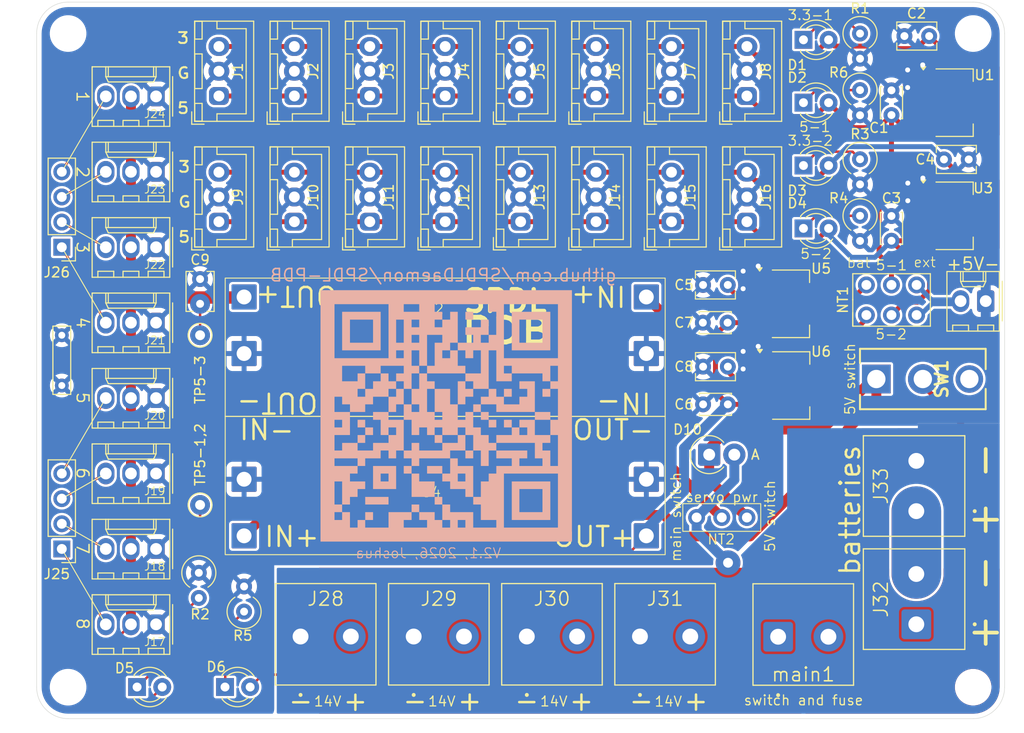
<source format=kicad_pcb>
(kicad_pcb (version 20241229) (generator "pcbnew") (generator_version "9.0")
  (title_block (title "SPDL PCB") (date "2026") (rev "2.1 E") (comment 1 "SPDL") (comment 2 "by Joshua Phelps 2026 joshua18@stanford.edu joshua262144@gmail.com") (comment 3 "Stanford ME218"))
  (layers (0 "F.Cu" signal) (2 "B.Cu" signal) (13 "F.Paste" user) (15 "B.Paste" user) (5 "F.SilkS" user "F.Silkscreen") (7 "B.SilkS" user "B.Silkscreen") (1 "F.Mask" user) (3 "B.Mask" user) (25 "Edge.Cuts" user))
  (net 0 "")
  (net 1 "GND")
  (net 2 "Net-(D1-K)")
  (net 3 "Net-(D2-K)")
  (net 4 "Net-(J27-Pin_2)")
  (net 5 "Net-(J32-Pin_2)")
  (net 6 "Net-(U4-out+)")
  (net 7 "Net-(D4-K)")
  (net 8 "5-1")
  (net 9 "+BATT")
  (net 10 "3.3-1")
  (net 11 "3.3-2")
  (net 12 "5-2")
  (net 13 "14-3")
  (net 14 "Net-(J20-Pin_3)")
  (net 15 "Net-(J21-Pin_3)")
  (net 16 "Net-(J22-Pin_3)")
  (net 17 "Net-(J23-Pin_3)")
  (net 18 "Net-(J24-Pin_3)")
  (net 19 "14-1")
  (net 20 "14-2")
  (net 21 "Net-(J19-Pin_3)")
  (net 22 "Net-(J18-Pin_3)")
  (net 23 "Net-(J17-Pin_3)")
  (net 24 "Net-(D5-K)")
  (net 25 "Net-(D3-K)")
  (net 26 "Net-(U6-VO)")
  (net 27 "5-3")
  (net 28 "Net-(U5-VO)")
  (net 29 "Net-(D6-K)")
  (footprint "218-pdb:JST_XH_B3B-XH-A_1x03_P2.50mm_Vertical" (layer "F.Cu") (at 125.095 72.985 90)
    (property "Reference" "J13")
    (property "Value" "Conn_01x03")
  )
  (footprint "218-pdb:JST_XH_B3B-XH-A_1x03_P2.50mm_Vertical" (layer "F.Cu") (at 132.715 60.285 90)
    (property "Reference" "J6")
    (property "Value" "Conn_01x03")
  )
  (footprint "218-pdb:Molex_KK-254_AE-6410-03A_1x03_P2.54mm_Vertical" (layer "F.Cu") (at 88.265 90.805 180)
    (property "Reference" "J20")
    (property "Value" "Conn_01x03")
  )
  (footprint "218-pdb:JST_XH_B3B-XH-A_1x03_P2.50mm_Vertical" (layer "F.Cu") (at 117.475 60.285 90)
    (property "Reference" "J4")
    (property "Value" "Conn_01x03")
  )
  (footprint "Resistor_THT:R_Axial_DIN0309_L9.0mm_D3.2mm_P2.54mm_Vertical" (layer "F.Cu") (at 159.385 53.975 -90)
    (property "Reference" "R1")
    (property "Value" "680")
  )
  (footprint "218-pdb:CUI_TB007-508-02BE" (layer "F.Cu") (at 102.860884 114.893846)
    (property "Reference" "J28")
    (property "Value" "14v")
  )
  (footprint "218-pdb:Molex_KK-254_AE-6410-02A_1x02_P2.54mm_Vertical" (layer "F.Cu") (at 172.084044 81.007681 180)
    (property "Reference" "J27" (hide yes))
    (property "Value" "external 5V")
  )
  (footprint "218-pdb:MountingHole_3.2mm_M3_ISO7380" (layer "F.Cu") (at 79.375 53.975)
    (property "Reference" "H2" (hide yes))
    (property "Value" "MountingHole")
  )
  (footprint "218-pdb:Molex_KK-254_AE-6410-03A_1x03_P2.54mm_Vertical" (layer "F.Cu") (at 88.265 83.185 180)
    (property "Reference" "J21")
    (property "Value" "Conn_01x03")
  )
  (footprint "218-pdb:JST_XH_B3B-XH-A_1x03_P2.50mm_Vertical" (layer "F.Cu") (at 125.095 60.285 90)
    (property "Reference" "J5")
    (property "Value" "Conn_01x03")
  )
  (footprint "Resistor_THT:R_Axial_DIN0309_L9.0mm_D3.2mm_P2.54mm_Vertical" (layer "F.Cu") (at 92.583 108.458 -90)
    (property "Reference" "R2")
    (property "Value" "1k")
  )
  (footprint "Capacitor_THT:C_Disc_D3.8mm_W2.6mm_P2.50mm" (layer "F.Cu") (at 146.03 87.63 180)
    (property "Reference" "C8")
    (property "Value" "10 uF")
  )
  (footprint "218-pdb:Molex_KK-254_AE-6410-03A_1x03_P2.54mm_Vertical" (layer "F.Cu") (at 88.265 113.665 180)
    (property "Reference" "J17")
    (property "Value" "Conn_01x03")
  )
  (footprint "Capacitor_THT:C_Disc_D3.8mm_W2.6mm_P2.50mm" (layer "F.Cu") (at 167.865424 66.694624)
    (property "Reference" "C4")
    (property "Value" "10 uF")
  )
  (footprint "Package_TO_SOT_SMD:SOT-223-3_TabPin2" (layer "F.Cu") (at 152.4 89.535)
    (property "Reference" "U6")
    (property "Value" "TLV76150DCY")
  )
  (footprint "Capacitor_THT:C_Disc_D3.0mm_W2.0mm_P2.50mm" (layer "F.Cu") (at 162.56 62.21 90)
    (property "Reference" "C1")
    (property "Value" "0.1 uF")
  )
  (footprint "Package_TO_SOT_SMD:SOT-223-3_TabPin2" (layer "F.Cu") (at 152.375 81.28)
    (property "Reference" "U5")
    (property "Value" "TLV76150DCY")
  )
  (footprint "Package_TO_SOT_SMD:SOT-223-3_TabPin2" (layer "F.Cu") (at 168.91 60.96)
    (property "Reference" "U1")
    (property "Value" "TLV76133DCY")
  )
  (footprint "TestPoint:TestPoint_THTPad_D2.0mm_Drill1.0mm" (layer "F.Cu") (at 92.71 101.6)
    (property "Reference" "TP5-1,2")
    (property "Value" "TestPoint")
  )
  (footprint "218-pdb:JST_XH_B3B-XH-A_1x03_P2.50mm_Vertical" (layer "F.Cu") (at 102.235 60.285 90)
    (property "Reference" "J2")
    (property "Value" "Conn_01x03")
  )
  (footprint "218-pdb:JST_XH_B3B-XH-A_1x03_P2.50mm_Vertical" (layer "F.Cu") (at 140.335 72.985 90)
    (property "Reference" "J15")
    (property "Value" "Conn_01x03")
  )
  (footprint "218-pdb:jumper" (layer "F.Cu") (at 145.415 102.87 90)
    (property "Reference" "FID10" (hide yes))
    (property "Value" "jumper")
  )
  (footprint "218-pdb:JST_XH_B3B-XH-A_1x03_P2.50mm_Vertical" (layer "F.Cu") (at 117.475 72.985 90)
    (property "Reference" "J12")
    (property "Value" "Conn_01x03")
  )
  (footprint "218-pdb:JST_XH_B3B-XH-A_1x03_P2.50mm_Vertical" (layer "F.Cu") (at 140.335 60.285 90)
    (property "Reference" "J7")
    (property "Value" "Conn_01x03")
  )
  (footprint "Resistor_THT:R_Axial_DIN0309_L9.0mm_D3.2mm_P2.54mm_Vertical" (layer "F.Cu") (at 97.155 112.376 90)
    (property "Reference" "R5")
    (property "Value" "3.3k")
  )
  (footprint "218-pdb:PinHeader_2x03_P2.54mm_Vertical" (layer "F.Cu") (at 160.030416 82.160212 90)
    (property "Reference" "NT1")
    (property "Value" "SW_Slide_DPDT")
  )
  (footprint "218-pdb:PinHeader_1x01_P2.54mm_H" (layer "F.Cu") (at 97.154854 86.30496 -90)
    (property "Reference" "FID1" (hide yes))
    (property "Value" "one 90 degree header pin")
  )
  (footprint "218-pdb:jumper" (layer "F.Cu") (at 162.570416 79.366212 -90)
    (property "Reference" "FID5" (hide yes))
    (property "Value" "jumper")
  )
  (footprint "Diode_THT:D_DO-15_P2.54mm_Vertical_AnodeUp" (layer "F.Cu") (at 144.145 96.52)
    (property "Reference" "D10")
    (property "Value" "diode, >=2 Amp")
  )
  (footprint "218-pdb:Molex_KK-254_AE-6410-03A_1x03_P2.54mm_Vertical" (layer "F.Cu") (at 88.265 60.325 180)
    (property "Reference" "J24")
    (property "Value" "Conn_01x03")
  )
  (footprint "218-pdb:JST_XH_B3B-XH-A_1x03_P2.50mm_Vertical" (layer "F.Cu") (at 102.235 72.985 90)
    (property "Reference" "J10")
    (property "Value" "Conn_01x03")
  )
  (footprint "218-pdb:MountingHole_3.2mm_M3_ISO7380" (layer "F.Cu") (at 79.375 120.015)
    (property "Reference" "H3" (hide yes))
    (property "Value" "MountingHole")
  )
  (footprint "Resistor_THT:R_Axial_DIN0309_L9.0mm_D3.2mm_P2.54mm_Vertical" (layer "F.Cu") (at 159.385 59.69 -90)
    (property "Reference" "R6")
    (property "Value" "1k")
  )
  (footprint "218-pdb:CUI_TB007-508-02BE" (layer "F.Cu") (at 125.720884 114.893846)
    (property "Reference" "J30")
    (property "Value" "14v")
  )
  (footprint "218-pdb:Molex_KK-254_AE-6410-03A_1x03_P2.54mm_Vertical" (layer "F.Cu") (at 88.265 98.425 180)
    (property "Reference" "J19")
    (property "Value" "Conn_01x03")
  )
  (footprint "Capacitor_THT:C_Disc_D3.0mm_W2.0mm_P2.50mm" (layer "F.Cu") (at 162.56 74.91 90)
    (property "Reference" "C3")
    (property "Value" "0.1 uF")
  )
  (footprint "Resistor_THT:R_Axial_DIN0309_L9.0mm_D3.2mm_P2.54mm_Vertical" (layer "F.Cu") (at 159.385 72.39 -90)
    (property "Reference" "R4")
    (property "Value" "1k")
  )
  (footprint "218-pdb:JST_XH_B3B-XH-A_1x03_P2.50mm_Vertical" (layer "F.Cu") (at 147.955 72.985 90)
    (property "Reference" "J16")
    (property "Value" "Conn_01x03")
  )
  (footprint "218-pdb:LED_D3.0mm" (layer "F.Cu") (at 153.67 60.96)
    (property "Reference" "D2")
    (property "Value" "LED")
  )
  (footprint "218-pdb:MountingHole_3.2mm_M3_ISO7380" (layer "F.Cu") (at 170.815 120.015)
    (property "Reference" "H4" (hide yes))
    (property "Value" "MountingHole")
  )
  (footprint "218-pdb:JST_XH_B3B-XH-A_1x03_P2.50mm_Vertical" (layer "F.Cu") (at 109.855 60.285 90)
    (property "Reference" "J3")
    (property "Value" "Conn_01x03")
  )
  (footprint "Capacitor_THT:C_Disc_D3.0mm_W2.0mm_P2.50mm" (layer "F.Cu") (at 146.03 91.44 180)
    (property "Reference" "C6")
    (property "Value" "0.1 uF")
  )
  (footprint "218-pdb:LED_D3.0mm" (layer "F.Cu") (at 95.229223 119.997066)
    (property "Reference" "D6")
    (property "Value" "LED")
  )
  (footprint "Capacitor_THT:C_Disc_D3.8mm_W2.6mm_P2.50mm" (layer "F.Cu") (at 146.025 79.375 180)
    (property "Reference" "C5")
    (property "Value" "10 uF")
  )
  (footprint "218-pdb:PinHeader_1x03_P2.54mm_Vertical" (layer "F.Cu") (at 142.875 102.87 90)
    (property "Reference" "NT2" (hide yes))
    (property "Value" "~")
  )
  (footprint "218-pdb:Molex_KK-254_AE-6410-03A_1x03_P2.54mm_Vertical" (layer "F.Cu") (at 88.265 75.565 180)
    (property "Reference" "J22")
    (property "Value" "Conn_01x03")
  )
  (footprint "218-pdb:LED_D3.0mm" (layer "F.Cu") (at 153.67 54.61)
    (property "Reference" "D1")
    (property "Value" "LED")
  )
  (footprint "Capacitor_THT:C_Disc_D3.8mm_W2.6mm_P2.50mm" (layer "F.Cu") (at 92.71 81.28 90)
    (property "Reference" "C9")
    (property "Value" "10 uF")
  )
  (footprint "218-pdb:1101A4CQEA" (layer "F.Cu") (at 161.029791 88.879165 -90)
    (property "Reference" "SW1")
    (property "Value" "5V switch" (hide yes))
  )
  (footprint "218-pdb:JST_XH_B3B-XH-A_1x03_P2.50mm_Vertical" (layer "F.Cu") (at 94.615 72.985 90)
    (property "Reference" "J9")
    (property "Value" "Conn_01x03")
  )
  (footprint "218-pdb:CUI_TB007-508-02BE" (layer "F.Cu") (at 114.290884 114.893846)
    (property "Reference" "J29")
    (property "Value" "14v")
  )
  (footprint "218-pdb:HW-411" (layer "F.Cu") (at 117.474854 100.27496)
    (property "Reference" "U4")
    (property "Value" "DC-DC buck" (hide yes))
  )
  (footprint "218-pdb:LED_D3.0mm" (layer "F.Cu") (at 153.67 73.66)
    (property "Reference" "D4")
    (property "Value" "LED")
  )
  (footprint "218-pdb:JST_XH_B3B-XH-A_1x03_P2.50mm_Vertical" (layer "F.Cu") (at 132.715 72.985 90)
    (property "Reference" "J14")
    (property "Value" "Conn_01x03")
  )
  (footprint "218-pdb:PinHeader_1x01_P2.54mm_H" (layer "F.Cu") (at 137.794854 99.00496 90)
    (property "Reference" "FID3" (hide yes))
    (property "Value" "one 90 degree header pin")
  )
  (footprint "218-pdb:Molex_KK-254_AE-6410-03A_1x03_P2.54mm_Vertical" (layer "F.Cu") (at 88.265 106.045 180)
    (property "Reference" "J18")
    (property "Value" "Conn_01x03")
  )
  (footprint "218-pdb:LED_D3.0mm" (layer "F.Cu") (at 86.346373 119.997066)
    (property "Reference" "D5")
    (property "Value" "LED")
  )
  (footprint "218-pdb:PinHeader_1x01_P2.54mm_H" (layer "F.Cu") (at 97.154854 99.00496 90)
    (property "Reference" "FID4" (hide yes))
    (property "Value" "one 90 degree header pin")
  )
  (footprint "218-pdb:CUI_TB007-508-02BE" (layer "F.Cu") (at 137.150884 114.893846)
    (property "Reference" "J31")
    (property "Value" "14v")
  )
  (footprint "218-pdb:JST_XH_B3B-XH-A_1x03_P2.50mm_Vertical" (layer "F.Cu") (at 147.955 60.285 90)
    (property "Reference" "J8")
    (property "Value" "Conn_01x03")
  )
  (footprint "218-pdb:PinHeader_1x01_P2.54mm_H" (layer "F.Cu") (at 137.794854 86.30496 -90)
    (property "Reference" "FID2" (hide yes))
    (property "Value" "one 90 degree header pin")
  )
  (footprint "Capacitor_THT:C_Disc_D3.8mm_W2.6mm_P2.50mm" (layer "F.Cu") (at 166.37 54.229 180)
    (property "Reference" "C2")
    (property "Value" "10 uF")
  )
  (footprint "218-pdb:Molex_KK-254_AE-6410-03A_1x03_P2.54mm_Vertical" (layer "F.Cu") (at 88.265 67.945 180)
    (property "Reference" "J23")
    (property "Value" "Conn_01x03")
  )
  (footprint "218-pdb:JST_XH_B3B-XH-A_1x03_P2.50mm_Vertical" (layer "F.Cu") (at 94.615 60.285 90)
    (property "Reference" "J1")
    (property "Value" "Conn_01x03")
  )
  (footprint "Resistor_THT:R_Axial_DIN0309_L9.0mm_D3.2mm_P2.54mm_Vertical" (layer "F.Cu") (at 159.385 66.675 -90)
    (property "Reference" "R3")
    (property "Value" "680")
  )
  (footprint "218-pdb:CUI_TB007-508-02BE" (layer "F.Cu") (at 165.070262 102.228275 90)
    (property "Reference" "J33")
    (property "Value" "battery")
  )
  (footprint "Connector_PinHeader_2.54mm:PinHeader_1x04_P2.54mm_Vertical" (layer "F.Cu") (at 78.74 75.565 180)
    (property "Reference" "J26")
    (property "Value" "Conn_01x04_Pin")
  )
  (footprint "TestPoint:TestPoint_THTPad_D2.0mm_Drill1.0mm" (layer "F.Cu") (at 92.71 84.455)
    (property "Reference" "TP5-3")
    (property "Value" "TestPoint")
  )
  (footprint "218-pdb:CUI_TB007-508-02BE" (layer "F.Cu") (at 151.109137 114.916521)
    (property "Reference" "main1")
    (property "Value" "MainSW")
  )
  (footprint "218-pdb:JST_XH_B3B-XH-A_1x03_P2.50mm_Vertical" (layer "F.Cu") (at 109.855 72.985 90)
    (property "Reference" "J11")
    (property "Value" "Conn_01x03")
  )
  (footprint "Connector_PinHeader_2.54mm:PinHeader_1x04_P2.54mm_Vertical" (layer "F.Cu") (at 78.74 106.045 180)
    (property "Reference" "J25")
    (property "Value" "Conn_01x04_Pin")
  )
  (footprint "Package_TO_SOT_SMD:SOT-223-3_TabPin2" (layer "F.Cu") (at 168.91 72.39)
    (property "Reference" "U3")
    (property "Value" "TLV76133DCY")
  )
  (footprint "218-pdb:LED_D3.0mm" (layer "F.Cu") (at 153.67 67.31)
    (property "Reference" "D3")
    (property "Value" "LED")
  )
  (footprint "218-pdb:HW-411" (layer "F.Cu") (at 117.474854 85.03496 180)
    (property "Reference" "U2")
    (property "Value" "DC-DC buck" (hide yes))
  )
  (footprint "218-pdb:MountingHole_3.2mm_M3_ISO7380" (layer "F.Cu") (at 170.815 53.975)
    (property "Reference" "H1" (hide yes))
    (property "Value" "MountingHole")
  )
  (footprint "218-pdb:CUI_TB007-508-02BE" (layer "F.Cu") (at 165.070262 113.658275 90)
    (property "Reference" "J32")
    (property "Value" "battery")
  )
  (footprint "Capacitor_THT:C_Disc_D3.0mm_W2.0mm_P2.50mm" (layer "F.Cu") (at 146.005 83.185 180)
    (property "Reference" "C7")
    (property "Value" "0.1 uF")
  )
  (footprint "218-pdb:jumper" (layer "F.Cu") (at 162.570416 82.414212 -90)
    (property "Reference" "FID6" (hide yes))
    (property "Value" "jumper")
  )
  (footprint "TestPoint:TestPoint_Bridge_Pitch5.08mm_Drill0.7mm" (layer "F.Cu") (at 78.74 89.535 90)
    (property "Reference" "TP1" (hide yes))
    (property "Value" "ground" (hide yes))
  )
  (footprint "LOGO" (layer "B.Cu") (at 117.577485 92.603644 180)
    (property "Reference" "G***" (hide yes))
    (property "Value" "LOGO" (hide yes))
  )
  (gr_line (start 83.185 67.945) (end 78.74 70.485) (stroke (width 0.25)) (layer "F.Cu") (net 17))
  (gr_line (start 83.185 83.185) (end 78.74 75.565) (stroke (width 0.25)) (layer "F.Cu") (net 15))
  (gr_line (start 83.185 113.665) (end 78.74 106.045) (stroke (width 0.25)) (layer "F.Cu") (net 23))
  (gr_line (start 78.74 103.505) (end 83.185 106.045) (stroke (width 0.25)) (layer "F.Cu") (net 22))
  (gr_line (start 83.185 90.805) (end 78.74 98.425) (stroke (width 0.25)) (layer "F.Cu") (net 14))
  (gr_line (start 83.185 98.425) (end 78.74 100.965) (stroke (width 0.25)) (layer "F.Cu") (net 21))
  (gr_line (start 83.185 75.565) (end 78.74 73.025) (stroke (width 0.25)) (layer "F.Cu") (net 16))
  (gr_line (start 83.185 60.325) (end 78.74 67.945) (stroke (width 0.25)) (layer "F.Cu") (net 18))
  (gr_line (start 78.74 67.945) (end 83.185 60.325) (stroke (width 0.1)) (layer "F.SilkS"))
  (gr_line (start 78.74 75.565) (end 83.185 83.205) (stroke (width 0.1)) (layer "F.SilkS"))
  (gr_rect (start 141.478 101.473) (end 149.352 104.267) (stroke (width 0.1)) (fill no) (layer "F.SilkS"))
  (gr_line (start 78.74 106.045) (end 83.185 113.665) (stroke (width 0.1)) (layer "F.SilkS"))
  (gr_line (start 83.185 90.805) (end 78.74 98.425) (stroke (width 0.1)) (layer "F.SilkS"))
  (gr_line (start 78.74 73.025) (end 83.185 75.565) (stroke (width 0.1)) (layer "F.SilkS"))
  (gr_line (start 83.185 106.045) (end 78.74 103.505) (stroke (width 0.1)) (layer "F.SilkS"))
  (gr_line (start 83.185 67.945) (end 78.74 70.485) (stroke (width 0.1)) (layer "F.SilkS"))
  (gr_line (start 78.74 100.965) (end 83.185 98.425) (stroke (width 0.1)) (layer "F.SilkS"))
  (gr_arc (start 173.99 120.015) (mid 173.060064 122.260064) (end 170.815 123.19) (stroke (width 0.05)) (layer "Edge.Cuts"))
  (gr_arc (start 76.2 53.975) (mid 77.129936 51.729936) (end 79.375 50.8) (stroke (width 0.05)) (layer "Edge.Cuts"))
  (gr_line (start 173.99 53.975) (end 173.99 120.015) (stroke (width 0.05)) (layer "Edge.Cuts"))
  (gr_line (start 170.815 123.19) (end 79.375 123.19) (stroke (width 0.05)) (layer "Edge.Cuts"))
  (gr_arc (start 79.375 123.19) (mid 77.129936 122.260064) (end 76.2 120.015) (stroke (width 0.05)) (layer "Edge.Cuts"))
  (gr_line (start 79.375 50.8) (end 170.815 50.8) (stroke (width 0.05)) (layer "Edge.Cuts"))
  (gr_line (start 76.2 120.015) (end 76.2 53.975) (stroke (width 0.05)) (layer "Edge.Cuts"))
  (gr_arc (start 170.815 50.8) (mid 173.060064 51.729936) (end 173.99 53.975) (stroke (width 0.05)) (layer "Edge.Cuts"))
  (gr_text "5-1" (at 153.156141 64.00398 0) (layer "F.SilkS") (effects (font (size 1 1) (thickness 0.125)) (justify left bottom)))
  (gr_text "3\n\nG\n\n5" (at 90.296755 62.1568 0) (layer "F.SilkS") (effects (font (size 1.1 1.2) (thickness 0.2) (bold yes)) (justify left bottom)))
  (gr_text "ext" (at 164.737961 77.662475 0) (layer "F.SilkS") (effects (font (size 1 1) (thickness 0.1)) (justify left bottom)))
  (gr_text "-  +" (at 124.311966 122.537985 0) (layer "F.SilkS") (effects (font (size 2 2) (thickness 0.25)) (justify left bottom)))
  (gr_text "-  +" (at 135.886635 122.537985 0) (layer "F.SilkS") (effects (font (size 2 2) (thickness 0.25)) (justify left bottom)))
  (gr_text "14V" (at 115.673395 122.035112 0) (layer "F.SilkS") (effects (font (size 1 1) (thickness 0.125)) (justify left bottom)))
  (gr_text "NT2" (at 143.891 105.664 0) (layer "F.SilkS") (effects (font (size 1 1) (thickness 0.125)) (justify left bottom)))
  (gr_text "3.3-1" (at 151.992766 52.697432 0) (layer "F.SilkS") (effects (font (size 1 1) (thickness 0.125)) (justify left bottom)))
  (gr_text "5-2" (at 160.865981 84.947011 0) (layer "F.SilkS") (effects (font (size 1 1) (thickness 0.125)) (justify left bottom)))
  (gr_text "batteries" (at 159.541999 108.864962 90) (layer "F.SilkS") (effects (font (size 2 2) (thickness 0.25)) (justify left bottom)))
  (gr_text "14V" (at 104.139625 122.035112 0) (layer "F.SilkS") (effects (font (size 1 1) (thickness 0.125)) (justify left bottom)))
  (gr_text "5V switch" (at 150.876 106.426 90) (layer "F.SilkS") (effects (font (size 1 1) (thickness 0.125)) (justify left bottom)))
  (gr_text "-  +" (at 113.023596 122.537985 0) (layer "F.SilkS") (effects (font (size 2 2) (thickness 0.25)) (justify left bottom)))
  (gr_text "+5V-" (at 168.021 77.978 0) (layer "F.SilkS") (effects (font (size 1.25 1.25) (thickness 0.15625)) (justify left bottom)))
  (gr_text "5-1" (at 160.909 77.978 0) (layer "F.SilkS") (effects (font (size 1 1) (thickness 0.125)) (justify left bottom)))
  (gr_text "14V" (at 138.552793 122.046999 0) (layer "F.SilkS") (effects (font (size 1 1) (thickness 0.125)) (justify left bottom)))
  (gr_text "3.3-2" (at 151.992766 65.385487 0) (layer "F.SilkS") (effects (font (size 1 1) (thickness 0.125)) (justify left bottom)))
  (gr_text "3\n\nG\n\n5" (at 90.406066 75.168507 0) (layer "F.SilkS") (effects (font (size 1.1 1.2) (thickness 0.2) (bold yes)) (justify left bottom)))
  (gr_text "5V switch" (at 158.965222 92.587559 90) (layer "F.SilkS") (effects (font (size 1 1) (thickness 0.125)) (justify left bottom)))
  (gr_text "servo pwr" (at 141.695133 101.390694 0) (layer "F.SilkS") (effects (font (size 1 1) (thickness 0.125)) (justify left bottom)))
  (gr_text "main switch" (at 141.3746 107.416716 90) (layer "F.SilkS") (effects (font (size 1 1) (thickness 0.125)) (justify left bottom)))
  (gr_text "- +" (at 170.551801 106.393656 270) (layer "F.SilkS") (effects (font (size 3 3) (thickness 0.375)) (justify left bottom)))
  (gr_text "5-2" (at 153.284361 76.818531 0) (layer "F.SilkS") (effects (font (size 1 1) (thickness 0.125)) (justify left bottom)))
  (gr_text "- +" (at 170.551801 94.989027 270) (layer "F.SilkS") (effects (font (size 3 3) (thickness 0.375)) (justify left bottom)))
  (gr_text "bat" (at 157.988 77.724 0) (layer "F.SilkS") (effects (font (size 1 1) (thickness 0.1)) (justify left bottom)))
  (gr_text "1       2       3       4       5       6       7       8" (at 80.137 59.69 270) (layer "F.SilkS") (effects (font (size 1.2 1.21)) (justify left bottom)))
  (gr_text "PDB" (at 118.853534 85.470524 0) (layer "F.SilkS") (effects (font (size 2.5 3) (thickness 0.5) (bold yes)) (justify left bottom)))
  (gr_text "switch and fuse" (at 147.574 121.92 0) (layer "F.SilkS") (effects (font (size 1 1) (thickness 0.125)) (justify left bottom)))
  (gr_text "14V" (at 126.989031 122.035112 0) (layer "F.SilkS") (effects (font (size 1 1) (thickness 0.125)) (justify left bottom)))
  (gr_text "SPDL" (at 119.107534 82.295524 0) (layer "F.SilkS") (effects (font (size 2.2 2.2) (thickness 0.44) (bold yes)) (justify left bottom)))
  (gr_text "-  +" (at 101.473 122.555 0) (layer "F.SilkS") (effects (font (size 2 2) (thickness 0.25)) (justify left bottom)))
  (gr_text "github.com/SPDLDaemon/SPDL-PDB" (at 134.874 79.121 0) (layer "B.SilkS") (effects (font (size 1.25 1.25) (thickness 0.15625)) (justify left bottom mirror)))
  (gr_text "V2.1, 2026, Joshua" (at 123.19 107.061 0) (layer "B.SilkS") (effects (font (size 1 1) (thickness 0.1)) (justify left bottom mirror)))
  (via (at 147.574 79.756) (size 1) (drill 0.5) (layers "F.Cu" "B.Cu") (net 1))
  (via (at 164.1941 57.651755) (size 1) (drill 0.5) (layers "F.Cu" "B.Cu") (net 1))
  (via (at 147.573999 87.864998) (size 1) (drill 0.5) (layers "F.Cu" "B.Cu") (net 1))
  (via (at 149.098 77.47) (size 1) (drill 0.5) (layers "F.Cu" "B.Cu") (net 1))
  (via (at 165.735 68.58) (size 1) (drill 0.5) (layers "F.Cu" "B.Cu") (net 1))
  (via (at 149.097999 85.578998) (size 1) (drill 0.5) (layers "F.Cu" "B.Cu") (net 1))
  (via (at 164.211 69.088) (size 1) (drill 0.5) (layers "F.Cu" "B.Cu") (net 1))
  (via (at 164.1941 59.429755) (size 1) (drill 0.5) (layers "F.Cu" "B.Cu") (net 1))
  (via (at 147.574 77.978) (size 1) (drill 0.5) (layers "F.Cu" "B.Cu") (net 1))
  (via (at 165.7181 57.143755) (size 1) (drill 0.5) (layers "F.Cu" "B.Cu") (net 1))
  (via (at 147.573999 86.086998) (size 1) (drill 0.5) (layers "F.Cu" "B.Cu") (net 1))
  (via (at 164.211 70.866) (size 1) (drill 0.5) (layers "F.Cu" "B.Cu") (net 1))
  (segment (start 172.085 82.677) (end 172.085 79.502) (width 1) (layer "B.Cu") (net 1))
  (segment (start 159.385 53.975) (end 158.585001 53.175001) (width 0.25) (layer "F.Cu") (net 2))
  (segment (start 155.104999 53.175001) (end 153.67 54.61) (width 0.25) (layer "F.Cu") (net 2))
  (segment (start 158.585001 53.175001) (end 155.104999 53.175001) (width 0.25) (layer "F.Cu") (net 2))
  (segment (start 154.94 59.69) (end 159.385 59.69) (width 0.25) (layer "F.Cu") (net 3))
  (segment (start 153.67 60.96) (end 154.94 59.69) (width 0.25) (layer "F.Cu") (net 3))
  (segment (start 166.607689 80.881365) (end 166.739018 80.881365) (width 0.5) (layer "B.Cu") (net 4))
  (segment (start 165.487745 82.416255) (end 166.627933 81.276067) (width 0.5) (layer "B.Cu") (net 4))
  (segment (start 166.739018 80.881365) (end 169.549057 80.881365) (width 0.5) (layer "B.Cu") (net 4))
  (segment (start 165.101324 82.416255) (end 165.487745 82.416255) (width 0.5) (layer "B.Cu") (net 4))
  (segment (start 166.627933 81.276067) (end 169.535194 81.276067) (width 0.5) (layer "B.Cu") (net 4))
  (segment (start 165.101324 79.375) (end 166.607689 80.881365) (width 0.5) (layer "B.Cu") (net 4))
  (segment (start 165.070262 102.228275) (end 165.070262 108.578275) (width 5) (layer "F.Cu") (net 5))
  (segment (start 165.079839 108.572926) (end 165.079839 102.222926) (width 5) (layer "B.Cu") (net 5))
  (segment (start 148.855 91.44) (end 149.25 91.835) (width 0.5) (layer "F.Cu") (net 6))
  (segment (start 144.78 90.19) (end 144.78 84.41) (width 0.5) (layer "F.Cu") (net 6))
  (segment (start 92.71 103.378) (end 95.758 106.426) (width 0.25) (layer "F.Cu") (net 6))
  (segment (start 146.005 83.185) (end 148.83 83.185) (width 0.5) (layer "F.Cu") (net 6))
  (segment (start 144.78 84.41) (end 146.005 83.185) (width 0.5) (layer "F.Cu") (net 6))
  (segment (start 148.83 83.185) (end 149.225 83.58) (width 0.5) (layer "F.Cu") (net 6))
  (segment (start 95.758 106.426) (end 136.088814 106.426) (width 0.25) (layer "F.Cu") (net 6))
  (segment (start 146.03 91.44) (end 148.855 91.44) (width 0.5) (layer "F.Cu") (net 6))
  (segment (start 146.03 91.44) (end 144.78 90.19) (width 0.5) (layer "F.Cu") (net 6))
  (segment (start 92.71 101.6) (end 92.71 103.378) (width 0.25) (layer "F.Cu") (net 6))
  (segment (start 136.088814 106.426) (end 137.794854 104.71996) (width 0.25) (layer "F.Cu") (net 6))
  (segment (start 137.794854 104.013146) (end 141.605 100.203) (width 1) (layer "B.Cu") (net 6))
  (segment (start 141.605 95.865) (end 146.03 91.44) (width 1) (layer "B.Cu") (net 6))
  (segment (start 137.794854 104.71996) (end 137.794854 104.013146) (width 1) (layer "B.Cu") (net 6))
  (segment (start 141.605 100.203) (end 141.605 95.865) (width 1) (layer "B.Cu") (net 6))
  (segment (start 159.385 72.39) (end 154.94 72.39) (width 0.25) (layer "F.Cu") (net 7))
  (segment (start 154.94 72.39) (end 153.67 73.66) (width 0.25) (layer "F.Cu") (net 7))
  (segment (start 161.309 76.346) (end 162.56 77.597) (width 0.5) (layer "F.Cu") (net 8))
  (segment (start 94.615 60.285) (end 147.955 60.285) (width 0.5) (layer "F.Cu") (net 8))
  (segment (start 156.21 60.96) (end 158.731 63.481) (width 0.5) (layer "F.Cu") (net 8))
  (segment (start 158.731 63.481) (end 161.289 63.481) (width 0.5) (layer "F.Cu") (net 8))
  (segment (start 162.56 66.548) (end 161.309 67.799) (width 0.5) (layer "F.Cu") (net 8))
  (segment (start 147.955 60.285) (end 150.027 62.357) (width 0.5) (layer "F.Cu") (net 8))
  (segment (start 163.61 63.26) (end 165.76 63.26) (width 0.5) (layer "F.Cu") (net 8))
  (segment (start 162.56 77.597) (end 162.56 79.375) (width 0.5) (layer "F.Cu") (net 8))
  (segment (start 154.813 62.357) (end 156.21 60.96) (width 0.5) (layer "F.Cu") (net 8))
  (segment (start 162.56 62.21) (end 162.56 66.548) (width 0.5) (layer "F.Cu") (net 8))
  (segment (start 150.027 62.357) (end 154.813 62.357) (width 0.5) (layer "F.Cu") (net 8))
  (segment (start 161.289 63.481) (end 162.56 62.21) (width 0.5) (layer "F.Cu") (net 8))
  (segment (start 161.309 67.799) (end 161.309 76.346) (width 0.5) (layer "F.Cu") (net 8))
  (segment (start 162.56 62.21) (end 163.61 63.26) (width 0.5) (layer "F.Cu") (net 8))
  (segment (start 170.434 94.234) (end 170.434 108.294537) (width 0.5) (layer "F.Cu") (net 9))
  (segment (start 170.434 108.294537) (end 165.070262 113.658275) (width 0.5) (layer "F.Cu") (net 9))
  (segment (start 165.735 89.535) (end 170.434 94.234) (width 0.5) (layer "F.Cu") (net 9))
  (segment (start 148.804 56.134) (end 147.955 55.285) (width 0.5) (layer "F.Cu") (net 10))
  (segment (start 161.036 55.245) (end 156.845 55.245) (width 0.5) (layer "F.Cu") (net 10))
  (segment (start 94.615 55.285) (end 147.955 55.285) (width 0.5) (layer "F.Cu") (net 10))
  (segment (start 172.06 60.96) (end 172.06 59.919) (width 0.5) (layer "F.Cu") (net 10))
  (segment (start 165.1 55.499) (end 161.29 55.499) (width 0.5) (layer "F.Cu") (net 10))
  (segment (start 161.29 55.499) (end 161.036 55.245) (width 0.5) (layer "F.Cu") (net 10))
  (segment (start 156.21 54.61) (end 154.686 56.134) (width 0.5) (layer "F.Cu") (net 10))
  (segment (start 172.06 59.919) (end 166.37 54.229) (width 0.5) (layer "F.Cu") (net 10))
  (segment (start 166.37 54.229) (end 165.1 55.499) (width 0.5) (layer "F.Cu") (net 10))
  (segment (start 156.845 55.245) (end 156.21 54.61) (width 0.5) (layer "F.Cu") (net 10))
  (segment (start 154.686 56.134) (end 148.804 56.134) (width 0.5) (layer "F.Cu") (net 10))
  (segment (start 154.813 68.834) (end 156.21 67.437) (width 0.5) (layer "F.Cu") (net 11))
  (segment (start 167.865424 66.694624) (end 172.06 70.8892) (width 0.5) (layer "F.Cu") (net 11))
  (segment (start 148.804 68.834) (end 154.813 68.834) (width 0.5) (layer "F.Cu") (net 11))
  (segment (start 172.06 70.8892) (end 172.06 72.39) (width 0.5) (layer "F.Cu") (net 11))
  (segment (start 147.955 67.985) (end 148.804 68.834) (width 0.5) (layer "F.Cu") (net 11))
  (segment (start 94.615 67.985) (end 147.955 67.985) (width 0.5) (layer "F.Cu") (net 11))
  (segment (start 156.21 67.437) (end 156.21 67.31) (width 0.5) (layer "F.Cu") (net 11))
  (segment (start 158.115 65.405) (end 156.21 67.31) (width 0.5) (layer "B.Cu") (net 11))
  (segment (start 166.5758 65.405) (end 158.115 65.405) (width 0.5) (layer "B.Cu") (net 11))
  (segment (start 167.865424 66.694624) (end 166.5758 65.405) (width 0.5) (layer "B.Cu") (net 11))
  (segment (start 165.54 74.91) (end 165.76 74.69) (width 0.5) (layer "F.Cu") (net 12))
  (segment (start 162.56 74.91) (end 165.54 74.91) (width 0.5) (layer "F.Cu") (net 12))
  (segment (start 150.114 75.184) (end 147.955 73.025) (width 0.5) (layer "F.Cu") (net 12))
  (segment (start 166.402324 79.913892) (end 166.402324 78.752324) (width 0.5) (layer "F.Cu") (net 12))
  (segment (start 156.21 73.66) (end 154.686 75.184) (width 0.5) (layer "F.Cu") (net 12))
  (segment (start 163.861 81.115255) (end 165.200961 81.115255) (width 0.5) (layer "F.Cu") (net 12))
  (segment (start 154.686 75.184) (end 150.114 75.184) (width 0.5) (layer "F.Cu") (net 12))
  (segment (start 162.56 82.416255) (end 163.861 81.115255) (width 0.5) (layer "F.Cu") (net 12))
  (segment (start 165.200961 81.115255) (end 166.402324 79.913892) (width 0.5) (layer "F.Cu") (net 12))
  (segment (start 166.402324 78.752324) (end 162.56 74.91) (width 0.5) (layer "F.Cu") (net 12))
  (segment (start 147.955 72.985) (end 94.615 72.985) (width 0.5) (layer "F.Cu") (net 12))
  (segment (start 147.955 73.025) (end 147.955 72.985) (width 0.5) (layer "F.Cu") (net 12))
  (segment (start 160.889 76.581) (end 158.496 76.581) (width 0.5) (layer "B.Cu") (net 12))
  (segment (start 162.56 74.91) (end 160.889 76.581) (width 0.5) (layer "B.Cu") (net 12))
  (segment (start 156.21 74.295) (end 156.21 73.66) (width 0.5) (layer "B.Cu") (net 12))
  (segment (start 158.496 76.581) (end 156.21 74.295) (width 0.5) (layer "B.Cu") (net 12))
  (segment (start 104.08973 118.745) (end 107.940884 114.893846) (width 0.25) (layer "F.Cu") (net 13))
  (segment (start 99.021289 118.745) (end 104.08973 118.745) (width 0.25) (layer "F.Cu") (net 13))
  (segment (start 97.769223 119.997066) (end 99.021289 118.745) (width 0.25) (layer "F.Cu") (net 13))
  (segment (start 146.685 96.52) (end 146.05 97.155) (width 0.5) (layer "F.Cu") (net 13))
  (via (at 146.05 107.442) (size 2.5) (drill 1) (layers "F.Cu" "B.Cu") (net 13))
  (segment (start 146.05 107.442) (end 142.875 104.267) (width 1) (layer "B.Cu") (net 13))
  (segment (start 146.685 96.52) (end 146.685 99.06) (width 1) (layer "B.Cu") (net 13))
  (segment (start 142.875 104.267) (end 142.875 102.87) (width 1) (layer "B.Cu") (net 13))
  (segment (start 146.685 99.06) (end 142.875 102.87) (width 1) (layer "B.Cu") (net 13))
  (segment (start 161.035 91.06) (end 158.115 93.98) (width 1) (layer "F.Cu") (net 19))
  (segment (start 161.035 89.535) (end 160.02 89.535) (width 1) (layer "F.Cu") (net 19))
  (segment (start 147.955 102.87) (end 144.145 99.06) (width 1) (layer "F.Cu") (net 19))
  (segment (start 144.145 97.155) (end 144.145 96.52) (width 1) (layer "F.Cu") (net 19))
  (segment (start 158.115 93.98) (end 158.115 94.9325) (width 1) (layer "F.Cu") (net 19))
  (segment (start 144.145 95.885) (end 144.145 97.155) (width 1) (layer "F.Cu") (net 19))
  (segment (start 99.258814 102.616) (end 97.154854 104.71996) (width 1) (layer "F.Cu") (net 19))
  (segment (start 155.575 93.98) (end 146.05 93.98) (width 1) (layer "F.Cu") (net 19))
  (segment (start 158.115 94.9325) (end 148.2725 104.775) (width 1) (layer "F.Cu") (net 19))
  (segment (start 146.05 93.98) (end 144.145 95.885) (width 1) (layer "F.Cu") (net 19))
  (segment (start 139.573 102.616) (end 99.258814 102.616) (width 1) (layer "F.Cu") (net 19))
  (segment (start 148.2725 104.775) (end 141.732 104.775) (width 1) (layer "F.Cu") (net 19))
  (segment (start 144.145 99.06) (end 144.145 97.155) (width 1) (layer "F.Cu") (net 19))
  (segment (start 161.035 89.535) (end 161.035 91.06) (width 1) (layer "F.Cu") (net 19))
  (segment (start 160.02 89.535) (end 155.575 93.98) (width 1) (layer "F.Cu") (net 19))
  (segment (start 141.732 104.775) (end 139.573 102.616) (width 1) (layer "F.Cu") (net 19))
  (segment (start 140.335 83.130106) (end 137.794854 80.58996) (width 1) (layer "F.Cu") (net 20))
  (segment (start 145.415 102.87) (end 140.335 97.79) (width 1) (layer "F.Cu") (net 20))
  (segment (start 140.335 97.79) (end 140.335 83.130106) (width 1) (layer "F.Cu") (net 20))
  (segment (start 86.377934 119.997066) (end 91.694 114.681) (width 0.25) (layer "F.Cu") (net 24))
  (segment (start 91.694 111.887) (end 92.583 110.998) (width 0.25) (layer "F.Cu") (net 24))
  (segment (start 91.694 114.681) (end 91.694 111.887) (width 0.25) (layer "F.Cu") (net 24))
  (segment (start 86.346373 119.997066) (end 86.377934 119.997066) (width 0.25) (layer "F.Cu") (net 24))
  (segment (start 155.067 65.913) (end 153.67 67.31) (width 0.25) (layer "F.Cu") (net 25))
  (segment (start 158.623 65.913) (end 155.067 65.913) (width 0.25) (layer "F.Cu") (net 25))
  (segment (start 159.385 66.675) (end 158.623 65.913) (width 0.25) (layer "F.Cu") (net 25))
  (segment (start 147.447 89.535) (end 155.55 89.535) (width 0.5) (layer "F.Cu") (net 26))
  (segment (start 146.03 88.118) (end 147.447 89.535) (width 0.5) (layer "F.Cu") (net 26))
  (segment (start 155.55 89.535) (end 155.55 87.274) (width 0.5) (layer "F.Cu") (net 26))
  (segment (start 146.03 87.63) (end 146.03 88.118) (width 0.5) (layer "F.Cu") (net 26))
  (segment (start 160.029093 82.794907) (end 160.029093 82.416255) (width 0.5) (layer "F.Cu") (net 26))
  (segment (start 155.55 87.274) (end 160.029093 82.794907) (width 0.5) (layer "F.Cu") (net 26))
  (segment (start 88.9 120.015) (end 87.503 121.412) (width 0.25) (layer "F.Cu") (net 27))
  (segment (start 93.345 80.645) (end 92.71 81.28) (width 1.25) (layer "F.Cu") (net 27))
  (segment (start 93.345 80.645) (end 85.889921 80.645) (width 1.25) (layer "F.Cu") (net 27))
  (segment (start 84.836 121.0505) (end 84.836 114.554) (width 0.25) (layer "F.Cu") (net 27))
  (segment (start 85.1975 121.412) (end 84.836 121.0505) (width 0.25) (layer "F.Cu") (net 27))
  (segment (start 97.154854 80.58996) (end 97.099814 80.645) (width 1.25) (layer "F.Cu") (net 27))
  (segment (start 85.725 60.325) (end 85.725 113.665) (width 1) (layer "F.Cu") (net 27))
  (segment (start 87.503 121.412) (end 85.1975 121.412) (width 0.25) (layer "F.Cu") (net 27))
  (segment (start 92.71 84.455) (end 92.71 81.28) (width 0.25) (layer "F.Cu") (net 27))
  (segment (start 97.099814 80.645) (end 93.345 80.645) (width 1.25) (layer "F.Cu") (net 27))
  (segment (start 84.836 114.554) (end 85.725 113.665) (width 0.25) (layer "F.Cu") (net 27))
  (segment (start 146.025 79.375) (end 146.025 79.553) (width 0.5) (layer "F.Cu") (net 28))
  (segment (start 146.025 79.553) (end 147.752 81.28) (width 0.5) (layer "F.Cu") (net 28))
  (segment (start 158.124093 81.28) (end 155.525 81.28) (width 0.5) (layer "F.Cu") (net 28))
  (segment (start 160.029093 79.375) (end 158.124093 81.28) (width 0.5) (layer "F.Cu") (net 28))
  (segment (start 147.752 81.28) (end 155.525 81.28) (width 0.5) (layer "F.Cu") (net 28))
  (segment (start 95.25 114.281) (end 95.25 119.976289) (width 0.25) (layer "F.Cu") (net 29))
  (segment (start 95.25 119.976289) (end 95.229223 119.997066) (width 0.25) (layer "F.Cu") (net 29))
  (segment (start 97.155 112.376) (end 95.25 114.281) (width 0.25) (layer "F.Cu") (net 29))
  (zone (net 1) (net_name "GND") (layer "F.Cu") (priority 3) (connect_pads yes (clearance 0.25)) (min_thickness 0.25) (fill yes (thermal_gap 0.5) (thermal_bridge_width 0.5) (smoothing fillet) (radius 1))
    (polygon (pts (xy 163.6861 56.635755) (xy 166.4801 56.635755) (xy 166.4801 59.937755) (xy 163.6861 59.937755)))
  )
  (zone (net 1) (net_name "GND") (layer "F.Cu") (priority 3) (connect_pads yes (clearance 0.25)) (min_thickness 0.25) (fill yes (thermal_gap 0.5) (thermal_bridge_width 0.5) (smoothing fillet) (radius 1))
    (polygon (pts (xy 147.066 76.962) (xy 149.86 76.962) (xy 149.86 80.264) (xy 147.066 80.264)))
  )
  (zone (net 28) (net_name "Net-(U5-VO)") (layer "F.Cu") (connect_pads yes (clearance 0.25)) (min_thickness 0.25) (fill yes (thermal_gap 0.5) (thermal_bridge_width 0.5) (smoothing fillet) (radius 1))
    (polygon (pts (xy 156.972 76.962) (xy 149.86 76.962) (xy 149.86 85.344) (xy 156.972 85.344)))
  )
  (zone (net 26) (net_name "Net-(U6-VO)") (layer "F.Cu") (connect_pads yes (clearance 0.25)) (min_thickness 0.25) (fill yes (thermal_gap 0.5) (thermal_bridge_width 0.5) (smoothing fillet) (radius 1))
    (polygon (pts (xy 157.002409 85.461295) (xy 149.890409 85.461295) (xy 149.890409 93.589295) (xy 157.002409 93.589295)))
  )
  (zone (net 9) (net_name "+BATT") (layer "F.Cu") (priority 7) (connect_pads yes (clearance 0.25)) (min_thickness 0.25) (fill yes (thermal_gap 0.5) (thermal_bridge_width 0.5))
    (polygon (pts (xy 153.797 107.95) (xy 173.99 107.95) (xy 173.99 123.19) (xy 153.797 123.19)))
  )
  (zone (net 13) (net_name "14-3") (layer "F.Cu") (priority 1) (connect_pads (clearance 0.25)) (min_thickness 0.25) (fill yes (thermal_gap 0.5) (thermal_bridge_width 0.5))
    (polygon (pts (xy 104.648 107.95) (xy 104.648 123.19) (xy 153.543 123.19) (xy 153.543 107.95)))
  )
  (zone (net 1) (net_name "GND") (layer "F.Cu") (priority 3) (connect_pads yes (clearance 0.25)) (min_thickness 0.25) (fill yes (thermal_gap 0.5) (thermal_bridge_width 0.5) (smoothing fillet) (radius 1))
    (polygon (pts (xy 147.065999 85.070998) (xy 149.859999 85.070998) (xy 149.859999 88.372998) (xy 147.065999 88.372998)))
  )
  (zone (net 1) (net_name "GND") (layer "F.Cu") (priority 3) (connect_pads yes (clearance 0.25)) (min_thickness 0.25) (fill yes (thermal_gap 0.5) (thermal_bridge_width 0.5) (smoothing fillet) (radius 1))
    (polygon (pts (xy 163.703 68.072) (xy 166.497 68.072) (xy 166.497 71.374) (xy 163.703 71.374)))
  )
  (zone (net 11) (net_name "3.3-2") (layer "F.Cu") (connect_pads yes (clearance 0.25)) (min_thickness 0.25) (fill yes (thermal_gap 0.5) (thermal_bridge_width 0.5) (smoothing fillet) (radius 1))
    (polygon (pts (xy 173.529932 68.032081) (xy 166.417932 68.032081) (xy 166.417932 76.414081) (xy 173.529932 76.414081)))
  )
  (zone (net 10) (net_name "3.3-1") (layer "F.Cu") (connect_pads yes (clearance 0.25)) (min_thickness 0.25) (fill yes (thermal_gap 0.5) (thermal_bridge_width 0.5) (smoothing fillet) (radius 1))
    (polygon (pts (xy 173.529932 56.599226) (xy 166.417932 56.599226) (xy 166.417932 64.981226) (xy 173.529932 64.981226)))
  )
  (zone (net 1) (net_name "GND") (layer "B.Cu") (priority 2) (connect_pads yes (clearance 0.25)) (min_thickness 0.25) (fill yes (thermal_gap 0.5) (thermal_bridge_width 0.5))
    (polygon (pts (xy 100.457 107.95) (xy 100.457 123.19) (xy 173.99 123.19) (xy 173.99 93.345) (xy 165.227 93.345) (xy 165.227 93.840573) (xy 152.019 93.853) (xy 152.019 101.981) (xy 146.05 107.95)))
  )
  (zone (net 1) (net_name "GND") (layer "B.Cu") (priority 1) (connect_pads (clearance 0.25)) (min_thickness 0.25) (fill yes (thermal_gap 0.5) (thermal_bridge_width 0.5) (smoothing fillet) (radius 1))
    (polygon (pts (xy 173.99 50.8) (xy 76.2 50.8) (xy 76.2 123.19) (xy 100.203 123.19) (xy 100.203 107.696) (xy 145.669 107.696) (xy 151.638 101.727) (xy 151.638 93.599) (xy 173.99 93.599)))
  )
)
</source>
